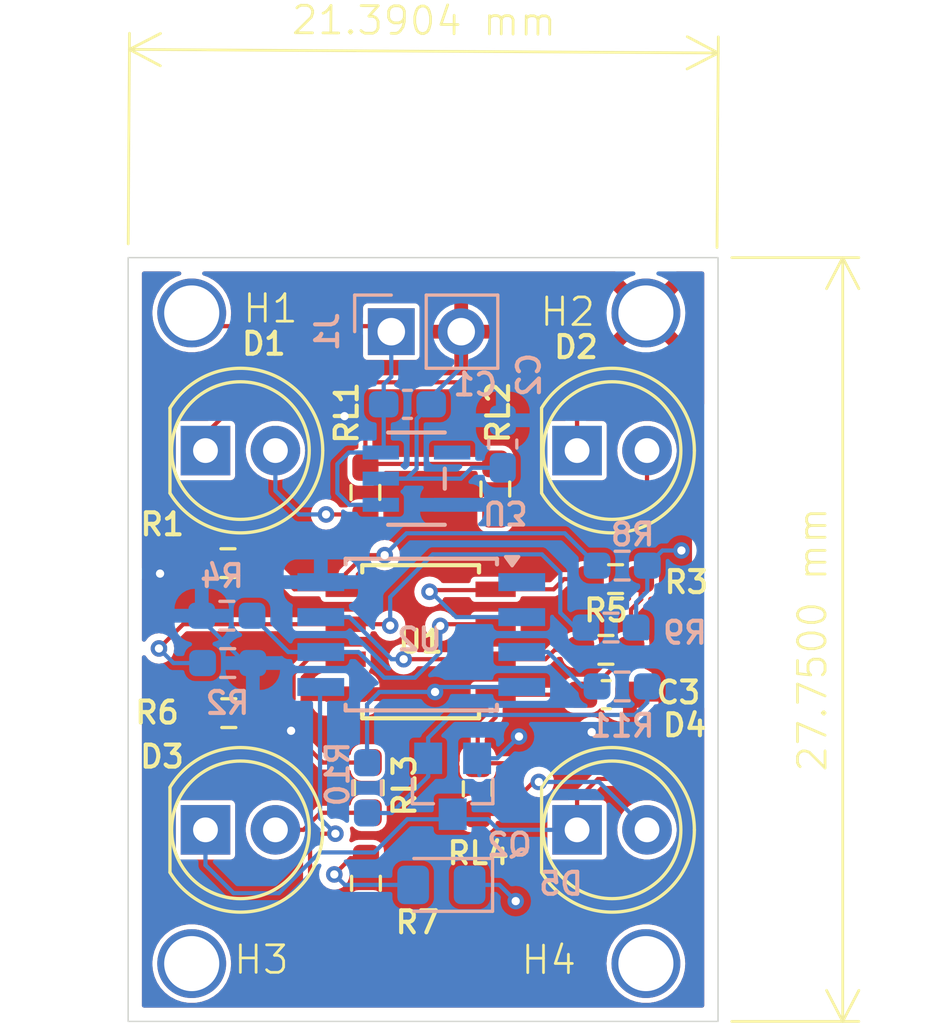
<source format=kicad_pcb>
(kicad_pcb (version 20240108) (generator "pcbnew") (generator_version "8.0")
  (layers (0 "F.Cu" signal) (31 "B.Cu" signal) (34 "B.Paste" user) (35 "F.Paste" user) (36 "B.SilkS" user "B.Silkscreen") (37 "F.SilkS" user "F.Silkscreen") (38 "B.Mask" user) (39 "F.Mask" user) (44 "Edge.Cuts" user))
  (net 0 "")
  (net 1 "GND")
  (net 2 "VDD_3.3V")
  (net 3 "Net-(D1-A)")
  (net 4 "Net-(D2-A)")
  (net 5 "Net-(D3-A)")
  (net 6 "Net-(D4-A)")
  (net 7 "VCC")
  (net 8 "Net-(D1-K)")
  (net 9 "Net-(U1-S0)")
  (net 10 "Net-(Q2-Pad1)")
  (net 11 "Net-(U1-S1)")
  (net 12 "COLOR_OUT")
  (net 13 "S2")
  (net 14 "LED_FLASH")
  (net 15 "S3")
  (net 16 "Net-(U1-OE)")
  (net 19 "Net-(D5-A)")
  (net 20 "LED_OUT")
  (footprint "MountingHole:MT_Hole" (layer "F.Cu") (at 135 93.64)
    (property "Reference" "H4" (at -3.53 -0.13 0) (layer "F.SilkS") (effects (font (thickness 0.1))))
    (property "Value" "MountingHole")
    (pad "1" thru_hole circle (at 0 0) (size 2.5 2.5) (drill 2) (layers "*.Cu" "*.Mask"))
  )
  (footprint "Capacitor_SMD:C_0603_1608Metric_Pad1.08x0.95mm_HandSolder" (layer "F.Cu") (at 133.5575 83.87 180)
    (property "Reference" "C3" (at -2.6225 0.08 180) (layer "F.SilkS") (effects (font (size 0.8 0.8))))
    (property "Value" "0.1uF")
    (fp_line (start -0.146267 0.51) (end 0.146267 0.51) (stroke (width 0.12)) (layer "F.SilkS"))
    (fp_line (start -0.146267 -0.51) (end 0.146267 -0.51) (stroke (width 0.12)) (layer "F.SilkS"))
    (pad "1" smd roundrect (at -0.8625 0 180) (size 1.075 0.95) (layers "F.Cu" "F.Paste" "F.Mask") (net 1 "GND"))
    (pad "2" smd roundrect (at 0.8625 0 180) (size 1.075 0.95) (layers "F.Cu" "F.Paste" "F.Mask") (net 2 "VDD_3.3V"))
  )
  (footprint "Resistor_SMD:R_0603_1608Metric_Pad0.98x0.95mm_HandSolder" (layer "F.Cu") (at 133.5475 82.24)
    (property "Reference" "R5" (at 0 -1.43 0) (layer "F.SilkS") (effects (font (size 0.8 0.8))))
    (property "Value" "R")
    (fp_line (start -0.254724 -0.5225) (end 0.254724 -0.5225) (stroke (width 0.12)) (layer "F.SilkS"))
    (fp_line (start -0.254724 0.5225) (end 0.254724 0.5225) (stroke (width 0.12)) (layer "F.SilkS"))
    (pad "1" smd roundrect (at -0.9125 0) (size 0.975 0.95) (layers "F.Cu" "F.Paste" "F.Mask") (net 12 "COLOR_OUT"))
    (pad "2" smd roundrect (at 0.9125 0) (size 0.975 0.95) (layers "F.Cu" "F.Paste" "F.Mask") (net 2 "VDD_3.3V"))
  )
  (footprint "Resistor_SMD:R_0603_1608Metric_Pad0.98x0.95mm_HandSolder" (layer "F.Cu") (at 119.8175 79.09)
    (property "Reference" "R1" (at -2.3875 -1.41 0) (layer "F.SilkS") (effects (font (size 0.8 0.8))))
    (property "Value" "R")
    (fp_line (start -0.254724 -0.5225) (end 0.254724 -0.5225) (stroke (width 0.12)) (layer "F.SilkS"))
    (fp_line (start -0.254724 0.5225) (end 0.254724 0.5225) (stroke (width 0.12)) (layer "F.SilkS"))
    (pad "1" smd roundrect (at -0.9125 0) (size 0.975 0.95) (layers "F.Cu" "F.Paste" "F.Mask") (net 2 "VDD_3.3V"))
    (pad "2" smd roundrect (at 0.9125 0) (size 0.975 0.95) (layers "F.Cu" "F.Paste" "F.Mask") (net 9 "Net-(U1-S0)"))
  )
  (footprint "TCS3200:SO_3200D-TR_AMS" (layer "F.Cu") (at 126.81585 81.945)
    (property "Reference" "U1" (at 0 0 0) (layer "F.SilkS") (effects (font (size 0.8 0.8))))
    (property "Value" "TCS3200D-TR")
    (fp_line (start -2.1209 -2.7813) (end -2.1209 -2.51714) (stroke (width 0.1524)) (layer "F.SilkS"))
    (fp_line (start -2.1209 2.51714) (end -2.1209 2.7813) (stroke (width 0.1524)) (layer "F.SilkS"))
    (fp_line (start -2.1209 2.7813) (end 2.1209 2.7813) (stroke (width 0.1524)) (layer "F.SilkS"))
    (fp_line (start 2.1209 -2.7813) (end -2.1209 -2.7813) (stroke (width 0.1524)) (layer "F.SilkS"))
    (fp_line (start 2.1209 -2.51714) (end 2.1209 -2.7813) (stroke (width 0.1524)) (layer "F.SilkS"))
    (fp_line (start 2.1209 2.7813) (end 2.1209 2.51714) (stroke (width 0.1524)) (layer "F.SilkS"))
    (pad "1" smd rect (at -2.72415 -1.905) (size 1.4605 0.5588) (layers "F.Cu" "F.Paste" "F.Mask") (net 9 "Net-(U1-S0)"))
    (pad "2" smd rect (at -2.72415 -0.635) (size 1.4605 0.5588) (layers "F.Cu" "F.Paste" "F.Mask") (net 11 "Net-(U1-S1)"))
    (pad "3" smd rect (at -2.72415 0.635) (size 1.4605 0.5588) (layers "F.Cu" "F.Paste" "F.Mask") (net 16 "Net-(U1-OE)"))
    (pad "4" smd rect (at -2.72415 1.905) (size 1.4605 0.5588) (layers "F.Cu" "F.Paste" "F.Mask") (net 1 "GND"))
    (pad "5" smd rect (at 2.72415 1.905) (size 1.4605 0.5588) (layers "F.Cu" "F.Paste" "F.Mask") (net 2 "VDD_3.3V"))
    (pad "6" smd rect (at 2.72415 0.635) (size 1.4605 0.5588) (layers "F.Cu" "F.Paste" "F.Mask") (net 12 "COLOR_OUT"))
    (pad "7" smd rect (at 2.72415 -0.635) (size 1.4605 0.5588) (layers "F.Cu" "F.Paste" "F.Mask") (net 13 "S2"))
    (pad "8" smd rect (at 2.72415 -1.905) (size 1.4605 0.5588) (layers "F.Cu" "F.Paste" "F.Mask") (net 15 "S3"))
  )
  (footprint "Resistor_SMD:R_0603_1608Metric_Pad0.98x0.95mm_HandSolder" (layer "F.Cu") (at 133.8975 79.67)
    (property "Reference" "R3" (at 2.5725 0.11 0) (layer "F.SilkS") (effects (font (size 0.8 0.8))))
    (property "Value" "R")
    (fp_line (start -0.254724 -0.5225) (end 0.254724 -0.5225) (stroke (width 0.12)) (layer "F.SilkS"))
    (fp_line (start -0.254724 0.5225) (end 0.254724 0.5225) (stroke (width 0.12)) (layer "F.SilkS"))
    (pad "1" smd roundrect (at -0.9125 0) (size 0.975 0.95) (layers "F.Cu" "F.Paste" "F.Mask") (net 15 "S3"))
    (pad "2" smd roundrect (at 0.9125 0) (size 0.975 0.95) (layers "F.Cu" "F.Paste" "F.Mask") (net 2 "VDD_3.3V"))
  )
  (footprint "Resistor_SMD:R_0603_1608Metric_Pad0.98x0.95mm_HandSolder" (layer "F.Cu") (at 129.53 76.3975 90)
    (property "Reference" "RL2" (at 2.7875 0.1 -90) (layer "F.SilkS") (effects (font (size 0.8 0.8))))
    (property "Value" "R")
    (fp_line (start -0.254724 -0.5225) (end 0.254724 -0.5225) (stroke (width 0.12)) (layer "F.SilkS"))
    (fp_line (start -0.254724 0.5225) (end 0.254724 0.5225) (stroke (width 0.12)) (layer "F.SilkS"))
    (pad "1" smd roundrect (at -0.9125 0 90) (size 0.975 0.95) (layers "F.Cu" "F.Paste" "F.Mask") (net 4 "Net-(D2-A)"))
    (pad "2" smd roundrect (at 0.9125 0 90) (size 0.975 0.95) (layers "F.Cu" "F.Paste" "F.Mask") (net 2 "VDD_3.3V"))
  )
  (footprint "Resistor_SMD:R_0603_1608Metric_Pad0.98x0.95mm_HandSolder" (layer "F.Cu") (at 124.81 76.5225 90)
    (property "Reference" "RL1" (at 2.8925 -0.68 -90) (layer "F.SilkS") (effects (font (size 0.8 0.8))))
    (property "Value" "R")
    (fp_line (start -0.254724 -0.5225) (end 0.254724 -0.5225) (stroke (width 0.12)) (layer "F.SilkS"))
    (fp_line (start -0.254724 0.5225) (end 0.254724 0.5225) (stroke (width 0.12)) (layer "F.SilkS"))
    (pad "1" smd roundrect (at -0.9125 0 90) (size 0.975 0.95) (layers "F.Cu" "F.Paste" "F.Mask") (net 3 "Net-(D1-A)"))
    (pad "2" smd roundrect (at 0.9125 0 90) (size 0.975 0.95) (layers "F.Cu" "F.Paste" "F.Mask") (net 2 "VDD_3.3V"))
  )
  (footprint "Resistor_SMD:R_0603_1608Metric_Pad0.98x0.95mm_HandSolder" (layer "F.Cu") (at 124.93 87.2475 90)
    (property "Reference" "RL3" (at 0.0775 1.3 90) (layer "F.SilkS") (effects (font (size 0.8 0.8))))
    (property "Value" "R")
    (fp_line (start -0.254724 -0.5225) (end 0.254724 -0.5225) (stroke (width 0.12)) (layer "F.SilkS"))
    (fp_line (start -0.254724 0.5225) (end 0.254724 0.5225) (stroke (width 0.12)) (layer "F.SilkS"))
    (pad "1" smd roundrect (at -0.9125 0 90) (size 0.975 0.95) (layers "F.Cu" "F.Paste" "F.Mask") (net 5 "Net-(D3-A)"))
    (pad "2" smd roundrect (at 0.9125 0 90) (size 0.975 0.95) (layers "F.Cu" "F.Paste" "F.Mask") (net 2 "VDD_3.3V"))
  )
  (footprint "LED_THT:LED_D5.0mm" (layer "F.Cu") (at 132.5 88.78)
    (property "Reference" "D4" (at 3.91 -3.8 0) (layer "F.SilkS") (effects (font (size 0.8 0.8))))
    (property "Value" "LED")
    (fp_line (start -1.29 -1.545) (end -1.29 1.545) (stroke (width 0.12)) (layer "F.SilkS"))
    (fp_arc (start -1.29 -1.54483) (mid 2.072002 -2.880433) (end 4.26 0.000462) (stroke (width 0.12)) (layer "F.SilkS"))
    (fp_arc (start 4.26 -0.000462) (mid 2.072002 2.880433) (end -1.29 1.54483) (stroke (width 0.12)) (layer "F.SilkS"))
    (fp_circle (center 1.27 0) (end 3.77 0) (stroke (width 0.12)) (fill none) (layer "F.SilkS"))
    (pad "1" thru_hole rect (at 0 0) (size 1.8 1.8) (drill 0.9) (layers "*.Cu" "*.Mask") (net 8 "Net-(D1-K)"))
    (pad "2" thru_hole circle (at 2.54 0) (size 1.8 1.8) (drill 0.9) (layers "*.Cu" "*.Mask") (net 6 "Net-(D4-A)"))
  )
  (footprint "Resistor_SMD:R_0603_1608Metric_Pad0.98x0.95mm_HandSolder" (layer "F.Cu") (at 119.8475 84.54 180)
    (property "Reference" "R6" (at 2.6075 0.02 180) (layer "F.SilkS") (effects (font (size 0.8 0.8))))
    (property "Value" "R")
    (fp_line (start -0.254724 0.5225) (end 0.254724 0.5225) (stroke (width 0.12)) (layer "F.SilkS"))
    (fp_line (start -0.254724 -0.5225) (end 0.254724 -0.5225) (stroke (width 0.12)) (layer "F.SilkS"))
    (pad "1" smd roundrect (at -0.9125 0 180) (size 0.975 0.95) (layers "F.Cu" "F.Paste" "F.Mask") (net 16 "Net-(U1-OE)"))
    (pad "2" smd roundrect (at 0.9125 0 180) (size 0.975 0.95) (layers "F.Cu" "F.Paste" "F.Mask") (net 1 "GND"))
  )
  (footprint "MountingHole:MT_Hole" (layer "F.Cu") (at 118.5 70)
    (property "Reference" "H1" (at 2.86 -0.16 0) (layer "F.SilkS") (effects (font (thickness 0.1))))
    (property "Value" "MountingHole_Pad")
    (pad "1" thru_hole circle (at 0 0) (size 2.5 2.5) (drill 2) (layers "*.Cu" "*.Mask") (net 7 "VCC"))
  )
  (footprint "LED_THT:LED_D5.0mm" (layer "F.Cu") (at 119 75)
    (property "Reference" "D1" (at 2.12 -3.88 0) (layer "F.SilkS") (effects (font (size 0.8 0.8))))
    (property "Value" "LED")
    (fp_line (start -1.29 -1.545) (end -1.29 1.545) (stroke (width 0.12)) (layer "F.SilkS"))
    (fp_arc (start -1.29 -1.54483) (mid 2.072002 -2.880433) (end 4.26 0.000462) (stroke (width 0.12)) (layer "F.SilkS"))
    (fp_arc (start 4.26 -0.000462) (mid 2.072002 2.880433) (end -1.29 1.54483) (stroke (width 0.12)) (layer "F.SilkS"))
    (fp_circle (center 1.27 0) (end 3.77 0) (stroke (width 0.12)) (fill none) (layer "F.SilkS"))
    (pad "1" thru_hole rect (at 0 0) (size 1.8 1.8) (drill 0.9) (layers "*.Cu" "*.Mask") (net 8 "Net-(D1-K)"))
    (pad "2" thru_hole circle (at 2.54 0) (size 1.8 1.8) (drill 0.9) (layers "*.Cu" "*.Mask") (net 3 "Net-(D1-A)"))
  )
  (footprint "LED_THT:LED_D5.0mm" (layer "F.Cu") (at 119 88.78)
    (property "Reference" "D3" (at -1.58 -2.66 0) (layer "F.SilkS") (effects (font (size 0.8 0.8))))
    (property "Value" "LED")
    (fp_line (start -1.29 -1.545) (end -1.29 1.545) (stroke (width 0.12)) (layer "F.SilkS"))
    (fp_arc (start -1.29 -1.54483) (mid 2.072002 -2.880433) (end 4.26 0.000462) (stroke (width 0.12)) (layer "F.SilkS"))
    (fp_arc (start 4.26 -0.000462) (mid 2.072002 2.880433) (end -1.29 1.54483) (stroke (width 0.12)) (layer "F.SilkS"))
    (fp_circle (center 1.27 0) (end 3.77 0) (stroke (width 0.12)) (fill none) (layer "F.SilkS"))
    (pad "1" thru_hole rect (at 0 0) (size 1.8 1.8) (drill 0.9) (layers "*.Cu" "*.Mask") (net 8 "Net-(D1-K)"))
    (pad "2" thru_hole circle (at 2.54 0) (size 1.8 1.8) (drill 0.9) (layers "*.Cu" "*.Mask") (net 5 "Net-(D3-A)"))
  )
  (footprint "Resistor_SMD:R_0603_1608Metric_Pad0.98x0.95mm_HandSolder" (layer "F.Cu") (at 124.83 90.7225 90)
    (property "Reference" "R7" (at -1.4175 1.87 0) (layer "F.SilkS") (effects (font (size 0.8 0.8))))
    (property "Value" "R")
    (fp_line (start -0.254724 -0.5225) (end 0.254724 -0.5225) (stroke (width 0.12)) (layer "F.SilkS"))
    (fp_line (start -0.254724 0.5225) (end 0.254724 0.5225) (stroke (width 0.12)) (layer "F.SilkS"))
    (pad "1" smd roundrect (at -0.9125 0 90) (size 0.975 0.95) (layers "F.Cu" "F.Paste" "F.Mask") (net 20 "LED_OUT"))
    (pad "2" smd roundrect (at 0.9125 0 90) (size 0.975 0.95) (layers "F.Cu" "F.Paste" "F.Mask") (net 19 "Net-(D5-A)"))
  )
  (footprint "MountingHole:MT_Hole" (layer "F.Cu") (at 118.5 93.64)
    (property "Reference" "H3" (at 2.53 -0.14 0) (layer "F.SilkS") (effects (font (thickness 0.1))))
    (property "Value" "MountingHole")
    (pad "1" thru_hole circle (at 0 0) (size 2.5 2.5) (drill 2) (layers "*.Cu" "*.Mask"))
  )
  (footprint "Resistor_SMD:R_0603_1608Metric_Pad0.98x0.95mm_HandSolder" (layer "F.Cu") (at 128.89 87.2875 90)
    (property "Reference" "RL4" (at -2.3425 0.02 0) (layer "F.SilkS") (effects (font (size 0.8 0.8))))
    (property "Value" "R")
    (fp_line (start -0.254724 -0.5225) (end 0.254724 -0.5225) (stroke (width 0.12)) (layer "F.SilkS"))
    (fp_line (start -0.254724 0.5225) (end 0.254724 0.5225) (stroke (width 0.12)) (layer "F.SilkS"))
    (pad "1" smd roundrect (at -0.9125 0 90) (size 0.975 0.95) (layers "F.Cu" "F.Paste" "F.Mask") (net 6 "Net-(D4-A)"))
    (pad "2" smd roundrect (at 0.9125 0 90) (size 0.975 0.95) (layers "F.Cu" "F.Paste" "F.Mask") (net 2 "VDD_3.3V"))
  )
  (footprint "MountingHole:MT_Hole" (layer "F.Cu") (at 135 70)
    (property "Reference" "H2" (at -2.84 -0.04 0) (layer "F.SilkS") (effects (font (thickness 0.1))))
    (property "Value" "MountingHole_Pad")
    (pad "1" thru_hole circle (at 0 0) (size 2.5 2.5) (drill 2) (layers "*.Cu" "*.Mask") (net 1 "GND"))
  )
  (footprint "LED_THT:LED_D5.0mm" (layer "F.Cu") (at 132.5 75)
    (property "Reference" "D2" (at -0.04 -3.76 0) (layer "F.SilkS") (effects (font (size 0.8 0.8))))
    (property "Value" "LED")
    (fp_line (start -1.29 -1.545) (end -1.29 1.545) (stroke (width 0.12)) (layer "F.SilkS"))
    (fp_arc (start -1.29 -1.54483) (mid 2.072002 -2.880433) (end 4.26 0.000462) (stroke (width 0.12)) (layer "F.SilkS"))
    (fp_arc (start 4.26 -0.000462) (mid 2.072002 2.880433) (end -1.29 1.54483) (stroke (width 0.12)) (layer "F.SilkS"))
    (fp_circle (center 1.27 0) (end 3.77 0) (stroke (width 0.12)) (fill none) (layer "F.SilkS"))
    (pad "1" thru_hole rect (at 0 0) (size 1.8 1.8) (drill 0.9) (layers "*.Cu" "*.Mask") (net 8 "Net-(D1-K)"))
    (pad "2" thru_hole circle (at 2.54 0) (size 1.8 1.8) (drill 0.9) (layers "*.Cu" "*.Mask") (net 4 "Net-(D2-A)"))
  )
  (footprint "Resistor_SMD:R_0603_1608Metric_Pad0.98x0.95mm_HandSolder" (layer "B.Cu") (at 119.8075 82.72 180)
    (property "Reference" "R2" (at 0.0075 -1.45 180) (layer "B.SilkS") (effects (font (size 0.8 0.8)) (justify mirror)))
    (property "Value" "R")
    (fp_line (start 0.254724 0.5225) (end -0.254724 0.5225) (stroke (width 0.12)) (layer "B.SilkS"))
    (fp_line (start 0.254724 -0.5225) (end -0.254724 -0.5225) (stroke (width 0.12)) (layer "B.SilkS"))
    (pad "1" smd roundrect (at -0.9125 0 180) (size 0.975 0.95) (layers "B.Cu" "B.Paste" "B.Mask") (net 2 "VDD_3.3V"))
    (pad "2" smd roundrect (at 0.9125 0 180) (size 0.975 0.95) (layers "B.Cu" "B.Paste" "B.Mask") (net 11 "Net-(U1-S1)"))
  )
  (footprint "Resistor_SMD:R_0603_1608Metric_Pad0.98x0.95mm_HandSolder" (layer "B.Cu") (at 124.87 87.2575 90)
    (property "Reference" "R10" (at 0.5075 -1.07 -90) (layer "B.SilkS") (effects (font (size 0.8 0.8)) (justify mirror)))
    (property "Value" "R")
    (fp_line (start 0.254724 -0.5225) (end -0.254724 -0.5225) (stroke (width 0.12)) (layer "B.SilkS"))
    (fp_line (start 0.254724 0.5225) (end -0.254724 0.5225) (stroke (width 0.12)) (layer "B.SilkS"))
    (pad "1" smd roundrect (at -0.9125 0 90) (size 0.975 0.95) (layers "B.Cu" "B.Paste" "B.Mask") (net 10 "Net-(Q2-Pad1)"))
    (pad "2" smd roundrect (at 0.9125 0 90) (size 0.975 0.95) (layers "B.Cu" "B.Paste" "B.Mask") (net 1 "GND"))
  )
  (footprint "MIC5504:SOT-23-5_MC_MCH" (layer "B.Cu") (at 126.6646 76.019999)
    (property "Reference" "U3" (at 3.2254 1.230001 180) (layer "B.SilkS") (effects (font (size 0.8 0.8)) (justify mirror)))
    (property "Value" "MIC5504-3.3YM5-TR")
    (fp_line (start -1.0287 1.6764) (end 1.0287 1.6764) (stroke (width 0.1524)) (layer "B.SilkS"))
    (fp_line (start 1.0287 -1.6764) (end -1.0287 -1.6764) (stroke (width 0.1524)) (layer "B.SilkS"))
    (fp_line (start 1.0287 0.363261) (end 1.0287 -0.363261) (stroke (width 0.1524)) (layer "B.SilkS"))
    (pad "1" smd rect (at -1.2954 0.950001) (size 1.3208 0.508) (layers "B.Cu" "B.Paste" "B.Mask") (net 7 "VCC"))
    (pad "2" smd rect (at -1.2954 0) (size 1.3208 0.508) (layers "B.Cu" "B.Paste" "B.Mask") (net 1 "GND"))
    (pad "3" smd rect (at -1.2954 -0.950001) (size 1.3208 0.508) (layers "B.Cu" "B.Paste" "B.Mask") (net 7 "VCC"))
    (pad "4" smd rect (at 1.2954 -0.950001) (size 1.3208 0.508) (layers "B.Cu" "B.Paste" "B.Mask"))
    (pad "5" smd rect (at 1.2954 0.950001) (size 1.3208 0.508) (layers "B.Cu" "B.Paste" "B.Mask") (net 2 "VDD_3.3V"))
  )
  (footprint "Capacitor_SMD:C_0603_1608Metric_Pad1.08x0.95mm_HandSolder" (layer "B.Cu") (at 126.3375 73.32 180)
    (property "Reference" "C1" (at -2.4625 0.72 180) (layer "B.SilkS") (effects (font (size 0.8 0.8)) (justify mirror)))
    (property "Value" "C")
    (fp_line (start 0.146267 0.51) (end -0.146267 0.51) (stroke (width 0.12)) (layer "B.SilkS"))
    (fp_line (start 0.146267 -0.51) (end -0.146267 -0.51) (stroke (width 0.12)) (layer "B.SilkS"))
    (pad "1" smd roundrect (at -0.8625 0 180) (size 1.075 0.95) (layers "B.Cu" "B.Paste" "B.Mask") (net 1 "GND"))
    (pad "2" smd roundrect (at 0.8625 0 180) (size 1.075 0.95) (layers "B.Cu" "B.Paste" "B.Mask") (net 7 "VCC"))
  )
  (footprint "Capacitor_SMD:C_0603_1608Metric_Pad1.08x0.95mm_HandSolder" (layer "B.Cu") (at 129.8 74.7625 -90)
    (property "Reference" "C2" (at -2.5125 -0.95 90) (layer "B.SilkS") (effects (font (size 0.8 0.8)) (justify mirror)))
    (property "Value" "C")
    (fp_line (start 0.146267 0.51) (end -0.146267 0.51) (stroke (width 0.12)) (layer "B.SilkS"))
    (fp_line (start 0.146267 -0.51) (end -0.146267 -0.51) (stroke (width 0.12)) (layer "B.SilkS"))
    (pad "1" smd roundrect (at -0.8625 0 270) (size 1.075 0.95) (layers "B.Cu" "B.Paste" "B.Mask") (net 2 "VDD_3.3V"))
    (pad "2" smd roundrect (at 0.8625 0 270) (size 1.075 0.95) (layers "B.Cu" "B.Paste" "B.Mask") (net 1 "GND"))
  )
  (footprint "Resistor_SMD:R_0603_1608Metric_Pad0.98x0.95mm_HandSolder" (layer "B.Cu") (at 133.7325 81.43 180)
    (property "Reference" "R9" (at -2.6875 -0.19 180) (layer "B.SilkS") (effects (font (size 0.8 0.8)) (justify mirror)))
    (property "Value" "R")
    (fp_line (start 0.254724 0.5225) (end -0.254724 0.5225) (stroke (width 0.12)) (layer "B.SilkS"))
    (fp_line (start 0.254724 -0.5225) (end -0.254724 -0.5225) (stroke (width 0.12)) (layer "B.SilkS"))
    (pad "1" smd roundrect (at -0.9125 0 180) (size 0.975 0.95) (layers "B.Cu" "B.Paste" "B.Mask") (net 1 "GND"))
    (pad "2" smd roundrect (at 0.9125 0 180) (size 0.975 0.95) (layers "B.Cu" "B.Paste" "B.Mask") (net 11 "Net-(U1-S1)"))
  )
  (footprint "LED_SMD:LED_0805_2012Metric_Pad1.15x1.40mm_HandSolder" (layer "B.Cu") (at 127.57 90.78 180)
    (property "Reference" "D5" (at -4.345 0.04 180) (layer "B.SilkS") (effects (font (size 0.8 0.8)) (justify mirror)))
    (property "Value" "LED")
    (fp_line (start 1 -0.96) (end -1.86 -0.96) (stroke (width 0.12)) (layer "B.SilkS"))
    (fp_line (start -1.86 0.96) (end 1 0.96) (stroke (width 0.12)) (layer "B.SilkS"))
    (fp_line (start -1.86 -0.96) (end -1.86 0.96) (stroke (width 0.12)) (layer "B.SilkS"))
    (pad "1" smd roundrect (at -1.025 0 180) (size 1.15 1.4) (layers "B.Cu" "B.Paste" "B.Mask") (roundrect_rratio 0.217391) (net 1 "GND"))
    (pad "2" smd roundrect (at 1.025 0 180) (size 1.15 1.4) (layers "B.Cu" "B.Paste" "B.Mask") (roundrect_rratio 0.217391) (net 19 "Net-(D5-A)"))
  )
  (footprint "Resistor_SMD:R_0603_1608Metric_Pad0.98x0.95mm_HandSolder" (layer "B.Cu") (at 119.7775 81 180)
    (property "Reference" "R4" (at 0.1775 1.44 180) (layer "B.SilkS") (effects (font (size 0.8 0.8)) (justify mirror)))
    (property "Value" "R")
    (fp_line (start 0.254724 0.5225) (end -0.254724 0.5225) (stroke (width 0.12)) (layer "B.SilkS"))
    (fp_line (start 0.254724 -0.5225) (end -0.254724 -0.5225) (stroke (width 0.12)) (layer "B.SilkS"))
    (pad "1" smd roundrect (at -0.9125 0 180) (size 0.975 0.95) (layers "B.Cu" "B.Paste" "B.Mask") (net 13 "S2"))
    (pad "2" smd roundrect (at 0.9125 0 180) (size 0.975 0.95) (layers "B.Cu" "B.Paste" "B.Mask") (net 2 "VDD_3.3V"))
  )
  (footprint "Resistor_SMD:R_0603_1608Metric_Pad0.98x0.95mm_HandSolder" (layer "B.Cu") (at 134.1375 83.57)
    (property "Reference" "R11" (at 0 1.43 0) (layer "B.SilkS") (effects (font (size 0.8 0.8)) (justify mirror)))
    (property "Value" "R")
    (fp_line (start 0.254724 -0.5225) (end -0.254724 -0.5225) (stroke (width 0.12)) (layer "B.SilkS"))
    (fp_line (start 0.254724 0.5225) (end -0.254724 0.5225) (stroke (width 0.12)) (layer "B.SilkS"))
    (pad "1" smd roundrect (at -0.9125 0) (size 0.975 0.95) (layers "B.Cu" "B.Paste" "B.Mask") (net 14 "LED_FLASH"))
    (pad "2" smd roundrect (at 0.9125 0) (size 0.975 0.95) (layers "B.Cu" "B.Paste" "B.Mask") (net 10 "Net-(Q2-Pad1)"))
  )
  (footprint "S8050:SOT-23" (layer "B.Cu") (at 127.979 87.196)
    (property "Reference" "Q2" (at 2.061 2.124 0) (layer "B.SilkS") (effects (font (size 0.8 0.8)) (justify mirror)))
    (property "Value" "SMD-TRANSISTORS-NPN-25V-500MW_SOT-23_")
    (fp_line (start -1.4605 -0.254) (end -1.4605 0.635) (stroke (width 0.127)) (layer "B.SilkS"))
    (fp_line (start -1.4605 0.635) (end -0.6985 0.635) (stroke (width 0.127)) (layer "B.SilkS"))
    (fp_line (start 0.6985 0.635) (end 1.4605 0.635) (stroke (width 0.127)) (layer "B.SilkS"))
    (fp_line (start 1.4605 0.635) (end 1.4605 -0.254) (stroke (width 0.127)) (layer "B.SilkS"))
    (pad "1" smd rect (at -0.889 -1.016) (size 1.016 1.143) (layers "B.Cu" "B.Paste" "B.Mask") (net 10 "Net-(Q2-Pad1)"))
    (pad "2" smd rect (at 0.889 -1.016) (size 1.016 1.143) (layers "B.Cu" "B.Paste" "B.Mask") (net 1 "GND"))
    (pad "3" smd rect (at 0 1.016) (size 1.016 1.143) (layers "B.Cu" "B.Paste" "B.Mask") (net 8 "Net-(D1-K)"))
  )
  (footprint "Resistor_SMD:R_0603_1608Metric_Pad0.98x0.95mm_HandSolder" (layer "B.Cu") (at 134.1375 79.18)
    (property "Reference" "R8" (at 0.3825 -1.13 0) (layer "B.SilkS") (effects (font (size 0.8 0.8)) (justify mirror)))
    (property "Value" "R")
    (fp_line (start 0.254724 -0.5225) (end -0.254724 -0.5225) (stroke (width 0.12)) (layer "B.SilkS"))
    (fp_line (start 0.254724 0.5225) (end -0.254724 0.5225) (stroke (width 0.12)) (layer "B.SilkS"))
    (pad "1" smd roundrect (at -0.9125 0) (size 0.975 0.95) (layers "B.Cu" "B.Paste" "B.Mask") (net 9 "Net-(U1-S0)"))
    (pad "2" smd roundrect (at 0.9125 0) (size 0.975 0.95) (layers "B.Cu" "B.Paste" "B.Mask") (net 1 "GND"))
  )
  (footprint "Package_SO:SOIC-8W_5.3x5.3mm_P1.27mm" (layer "B.Cu") (at 126.84 81.685 180)
    (property "Reference" "U2" (at 0.06 -0.175 180) (layer "B.SilkS") (effects (font (size 0.8 0.8)) (justify mirror)))
    (property "Value" "ATtiny85-20S")
    (fp_line (start 2.75 2.755) (end -2.75 2.755) (stroke (width 0.15)) (layer "B.SilkS"))
    (fp_line (start 2.75 2.55) (end 2.75 2.755) (stroke (width 0.15)) (layer "B.SilkS"))
    (fp_line (start 2.75 -2.55) (end 2.75 -2.755) (stroke (width 0.15)) (layer "B.SilkS"))
    (fp_line (start 2.75 -2.755) (end -2.75 -2.755) (stroke (width 0.15)) (layer "B.SilkS"))
    (fp_line (start -2.75 2.55) (end -2.75 2.755) (stroke (width 0.15)) (layer "B.SilkS"))
    (fp_line (start -2.75 -2.55) (end -2.75 -2.755) (stroke (width 0.15)) (layer "B.SilkS"))
    (fp_poly (pts (xy -3.3 2.5) (xy -3.54 2.83) (xy -3.06 2.83) (xy -3.3 2.5)) (stroke (width 0.12)) (fill solid) (layer "B.SilkS"))
    (pad "1" smd rect (at -3.65 1.905 180) (size 1.7 0.65) (layers "B.Cu" "B.Paste" "B.Mask"))
    (pad "2" smd rect (at -3.65 0.635 180) (size 1.7 0.65) (layers "B.Cu" "B.Paste" "B.Mask") (net 15 "S3"))
    (pad "3" smd rect (at -3.65 -0.635 180) (size 1.7 0.65) (layers "B.Cu" "B.Paste" "B.Mask") (net 14 "LED_FLASH"))
    (pad "4" smd rect (at -3.65 -1.905 180) (size 1.7 0.65) (layers "B.Cu" "B.Paste" "B.Mask") (net 1 "GND"))
    (pad "5" smd rect (at 3.65 -1.905 180) (size 1.7 0.65) (layers "B.Cu" "B.Paste" "B.Mask") (net 20 "LED_OUT"))
    (pad "6" smd rect (at 3.65 -0.635 180) (size 1.7 0.65) (layers "B.Cu" "B.Paste" "B.Mask") (net 13 "S2"))
    (pad "7" smd rect (at 3.65 0.635 180) (size 1.7 0.65) (layers "B.Cu" "B.Paste" "B.Mask") (net 12 "COLOR_OUT"))
    (pad "8" smd rect (at 3.65 1.905 180) (size 1.7 0.65) (layers "B.Cu" "B.Paste" "B.Mask") (net 2 "VDD_3.3V"))
  )
  (footprint "Connector_PinHeader_2.54mm:PinHeader_1x02_P2.54mm_Vertical" (layer "B.Cu") (at 125.75 70.68 -90)
    (property "Reference" "J1" (at 0 2.33 90) (layer "B.SilkS") (effects (font (size 0.8 0.8)) (justify mirror)))
    (property "Value" "Conn_01x02_Pin")
    (fp_line (start -1.33 1.33) (end -1.33 0) (stroke (width 0.12)) (layer "B.SilkS"))
    (fp_line (start 0 1.33) (end -1.33 1.33) (stroke (width 0.12)) (layer "B.SilkS"))
    (fp_line (start 1.33 -1.27) (end -1.33 -1.27) (stroke (width 0.12)) (layer "B.SilkS"))
    (fp_line (start -1.33 -3.87) (end -1.33 -1.27) (stroke (width 0.12)) (layer "B.SilkS"))
    (fp_line (start 1.33 -3.87) (end 1.33 -1.27) (stroke (width 0.12)) (layer "B.SilkS"))
    (fp_line (start 1.33 -3.87) (end -1.33 -3.87) (stroke (width 0.12)) (layer "B.SilkS"))
    (pad "1" thru_hole rect (at 0 0 270) (size 1.7 1.7) (drill 1) (layers "*.Cu" "*.Mask") (net 7 "VCC"))
    (pad "2" thru_hole oval (at 0 -2.54 270) (size 1.7 1.7) (drill 1) (layers "*.Cu" "*.Mask") (net 1 "GND"))
  )
  (gr_rect (start 116.19 67.99) (end 137.62 95.74) (stroke (width 0.05)) (fill none) (layer "Edge.Cuts"))
  (dimension (type aligned) (layer "F.SilkS") (pts (xy 116.19 67.99) (xy 137.58 68.12)) (height -7.565366) (gr_text "21.3904 mm" (at 126.937663 59.389794 359.6517831) (layer "F.SilkS") (effects (font (size 1 1) (thickness 0.1)))) (format (prefix "") (suffix "") (units 3) (units_format 1) (precision 4)) (style (thickness 0.1) (arrow_length 1.27) (text_position_mode 0) (extension_height 0.58642) (extension_offset 0.5) keep_text_aligned))
  (dimension (type aligned) (layer "F.SilkS") (pts (xy 137.62 67.99) (xy 137.62 95.74)) (height -4.53) (gr_text "27.7500 mm" (at 141.05 81.865 90) (layer "F.SilkS") (effects (font (size 1 1) (thickness 0.1)))) (format (prefix "") (suffix "") (units 3) (units_format 1) (precision 4)) (style (thickness 0.1) (arrow_length 1.27) (text_position_mode 0) (extension_height 0.58642) (extension_offset 0.5) keep_text_aligned))
  (via (at 136.29 78.63) (size 0.6) (drill 0.3) (layers "F.Cu" "B.Cu") (net 1))
  (via (at 127.34 83.77) (size 0.6) (drill 0.3) (layers "F.Cu" "B.Cu") (net 1))
  (via (at 130.39 85.39) (size 0.6) (drill 0.3) (layers "F.Cu" "B.Cu") (net 1))
  (via (at 130.27 91.37) (size 0.6) (drill 0.3) (layers "F.Cu" "B.Cu") (net 1))
  (segment (start 127.34 83.77) (end 127.52 83.59) (width 0.1524) (layer "B.Cu") (net 1))
  (segment (start 124.925 86.29) (end 124.87 86.345) (width 0.1524) (layer "B.Cu") (net 1))
  (segment (start 129.68 90.78) (end 130.27 91.37) (width 0.1524) (layer "B.Cu") (net 1))
  (segment (start 125.31 83.78) (end 124.87 84.22) (width 0.1524) (layer "B.Cu") (net 1))
  (segment (start 129.6 86.18) (end 130.39 85.39) (width 0.1524) (layer "B.Cu") (net 1))
  (segment (start 128.95 86.79) (end 128.95 86.12) (width 0.1524) (layer "B.Cu") (net 1))
  (segment (start 136.29 78.63) (end 135.6 78.63) (width 0.1524) (layer "B.Cu") (net 1))
  (segment (start 135.6 78.63) (end 135.05 79.18) (width 0.1524) (layer "B.Cu") (net 1))
  (segment (start 126.67 75.66) (end 126.67 73.85) (width 0.1524) (layer "B.Cu") (net 1))
  (segment (start 128.29 71.97) (end 128.29 70.68) (width 0.1524) (layer "B.Cu") (net 1))
  (segment (start 125.31 83.77) (end 125.31 83.78) (width 0.1524) (layer "B.Cu") (net 1))
  (segment (start 135.05 81.8) (end 135.03 81.82) (width 0.1524) (layer "B.Cu") (net 1))
  (segment (start 127.2 73.32) (end 127.2 73.06) (width 0.1524) (layer "B.Cu") (net 1))
  (segment (start 126.310001 76.019999) (end 126.67 75.66) (width 0.1524) (layer "B.Cu") (net 1))
  (segment (start 129.8 75.625) (end 128.675 75.625) (width 0.1524) (layer "B.Cu") (net 1))
  (segment (start 124.87 84.22) (end 124.87 86.345) (width 0.1524) (layer "B.Cu") (net 1))
  (segment (start 135.05 80.11) (end 135.05 79.18) (width 0.1524) (layer "B.Cu") (net 1))
  (segment (start 127.52 83.59) (end 130.49 83.59) (width 0.1524) (layer "B.Cu") (net 1))
  (segment (start 128.868 86.18) (end 129.6 86.18) (width 0.1524) (layer "B.Cu") (net 1))
  (segment (start 127.34 83.77) (end 125.31 83.77) (width 0.1524) (layer "B.Cu") (net 1))
  (segment (start 125.3692 76.019999) (end 126.310001 76.019999) (width 0.1524) (layer "B.Cu") (net 1))
  (segment (start 128.595 90.78) (end 129.68 90.78) (width 0.1524) (layer "B.Cu") (net 1))
  (segment (start 128.675 75.625) (end 128.28 76.02) (width 0.1524) (layer "B.Cu") (net 1))
  (segment (start 127.2 73.06) (end 128.29 71.97) (width 0.1524) (layer "B.Cu") (net 1))
  (segment (start 134.645 81.43) (end 134.645 80.515) (width 0.1524) (layer "B.Cu") (net 1))
  (segment (start 134.645 80.515) (end 135.05 80.11) (width 0.1524) (layer "B.Cu") (net 1))
  (segment (start 126.67 73.85) (end 127.2 73.32) (width 0.1524) (layer "B.Cu") (net 1))
  (segment (start 128.28 76.02) (end 125.3692 76.019999) (width 0.1524) (layer "B.Cu") (net 1))
  (segment (start 134.46 80.77) (end 134.83 80.4) (width 0.1524) (layer "F.Cu") (net 2))
  (segment (start 123.265 86.335) (end 122.11 85.18) (width 0.1524) (layer "F.Cu") (net 2))
  (segment (start 124.93 86.335) (end 123.265 86.335) (width 0.1524) (layer "F.Cu") (net 2))
  (segment (start 132.83 83.87) (end 134.46 82.24) (width 0.1524) (layer "F.Cu") (net 2))
  (segment (start 124.935 75.485) (end 124.81 75.61) (width 0.1524) (layer "F.Cu") (net 2))
  (segment (start 129.54 84.69) (end 129.54 83.85) (width 0.1524) (layer "F.Cu") (net 2))
  (segment (start 118.905 79.09) (end 117.73 79.09) (width 0.1524) (layer "F.Cu") (net 2))
  (segment (start 132.54 85.23) (end 131.41 86.36) (width 0.1524) (layer "F.Cu") (net 2))
  (segment (start 134.81 80.38) (end 134.81 79.67) (width 0.1524) (layer "F.Cu") (net 2))
  (segment (start 128.89 86.375) (end 128.89 85.34) (width 0.1524) (layer "F.Cu") (net 2))
  (segment (start 128.89 85.34) (end 129.54 84.69) (width 0.1524) (layer "F.Cu") (net 2))
  (segment (start 132.695 83.87) (end 129.56 83.87) (width 0.1524) (layer "F.Cu") (net 2))
  (segment (start 128.89 86.375) (end 128.475 86.375) (width 0.1524) (layer "F.Cu") (net 2))
  (segment (start 128.905 86.36) (end 128.89 86.375) (width 0.1524) (layer "F.Cu") (net 2))
  (segment (start 124.81 75.61) (end 124.81 74.51) (width 0.1524) (layer "F.Cu") (net 2))
  (segment (start 133.03 85.23) (end 132.54 85.23) (width 0.1524) (layer "F.Cu") (net 2))
  (segment (start 124.81 74.51) (end 124.05 73.75) (width 0.1524) (layer "F.Cu") (net 2))
  (segment (start 129.53 75.485) (end 124.935 75.485) (width 0.1524) (layer "F.Cu") (net 2))
  (segment (start 129.56 83.87) (end 129.54 83.85) (width 0.1524) (layer "F.Cu") (net 2))
  (segment (start 134.46 82.24) (end 134.46 80.77) (width 0.1524) (layer "F.Cu") (net 2))
  (segment (start 132.695 83.87) (end 132.83 83.87) (width 0.1524) (layer "F.Cu") (net 2))
  (segment (start 117.73 79.09) (end 117.35 79.47) (width 0.1524) (layer "F.Cu") (net 2))
  (segment (start 134.83 80.4) (end 134.81 80.38) (width 0.1524) (layer "F.Cu") (net 2))
  (segment (start 131.41 86.36) (end 128.905 86.36) (width 0.1524) (layer "F.Cu") (net 2))
  (via (at 133.03 85.23) (size 0.6) (drill 0.3) (layers "F.Cu" "B.Cu") (net 2))
  (via (at 122.11 85.18) (size 0.6) (drill 0.3) (layers "F.Cu" "B.Cu") (net 2))
  (via (at 117.35 79.47) (size 0.6) (drill 0.3) (layers "F.Cu" "B.Cu") (net 2))
  (via (at 124.05 73.75) (size 0.6) (drill 0.3) (layers "F.Cu" "B.Cu") (net 2))
  (segment (start 118.865 81) (end 118.865 80.985) (width 0.1524) (layer "B.Cu") (net 2))
  (segment (start 120.44 82.72) (end 118.865 81.145) (width 0.1524) (layer "B.Cu") (net 2))
  (segment (start 118.865 81.145) (end 118.865 81) (width 0.1524) (layer "B.Cu") (net 2))
  (segment (start 120.72 82.72) (end 120.44 82.72) (width 0.1524) (layer "B.Cu") (net 2))
  (segment (start 118.865 81) (end 118.2 81) (width 0.1524) (layer "B.Cu") (net 2))
  (segment (start 124.695 77.32) (end 124.81 77.435) (width 0.1524) (layer "F.Cu") (net 3))
  (segment (start 123.38 77.32) (end 124.695 77.32) (width 0.1524) (layer "F.Cu") (net 3))
  (via (at 123.38 77.32) (size 0.6) (drill 0.3) (layers "F.Cu" "B.Cu") (net 3))
  (segment (start 122.4 77.32) (end 123.38 77.32) (width 0.1524) (layer "B.Cu") (net 3))
  (segment (start 121.54 75) (end 121.54 76.46) (width 0.1524) (layer "B.Cu") (net 3))
  (segment (start 121.54 76.46) (end 122.4 77.32) (width 0.1524) (layer "B.Cu") (net 3))
  (segment (start 135.04 76.32) (end 135.04 75) (width 0.1524) (layer "F.Cu") (net 4))
  (segment (start 134.05 77.31) (end 135.04 76.32) (width 0.1524) (layer "F.Cu") (net 4))
  (segment (start 129.53 77.31) (end 134.05 77.31) (width 0.1524) (layer "F.Cu") (net 4))
  (segment (start 123.18 88.16) (end 122.56 88.78) (width 0.1524) (layer "F.Cu") (net 5))
  (segment (start 122.56 88.78) (end 121.54 88.78) (width 0.1524) (layer "F.Cu") (net 5))
  (segment (start 124.93 88.16) (end 123.18 88.16) (width 0.1524) (layer "F.Cu") (net 5))
  (segment (start 129.76 88.2) (end 128.89 88.2) (width 0.1524) (layer "F.Cu") (net 6))
  (segment (start 130.92 87.04) (end 129.76 88.2) (width 0.1524) (layer "F.Cu") (net 6))
  (segment (start 131.11 87.04) (end 130.92 87.04) (width 0.1524) (layer "F.Cu") (net 6))
  (via (at 131.11 87.04) (size 0.6) (drill 0.3) (layers "F.Cu" "B.Cu") (net 6))
  (segment (start 133.3 87.04) (end 135.04 88.78) (width 0.1524) (layer "B.Cu") (net 6))
  (segment (start 131.11 87.04) (end 133.3 87.04) (width 0.1524) (layer "B.Cu") (net 6))
  (segment (start 125.55 70.48) (end 118.98 70.48) (width 0.1524) (layer "F.Cu") (net 7))
  (segment (start 118.98 70.48) (end 118.5 70) (width 0.1524) (layer "F.Cu") (net 7))
  (segment (start 125.75 70.68) (end 125.55 70.48) (width 0.1524) (layer "F.Cu") (net 7))
  (segment (start 125.475 73.32) (end 125.475 72.595) (width 0.1524) (layer "B.Cu") (net 7))
  (segment (start 125.475 74.964198) (end 125.3692 75.069998) (width 0.1524) (layer "B.Cu") (net 7))
  (segment (start 123.79 76.54) (end 123.79 75.49) (width 0.1524) (layer "B.Cu") (net 7))
  (segment (start 124.22 76.97) (end 123.79 76.54) (width 0.1524) (layer "B.Cu") (net 7))
  (segment (start 125.475 72.595) (end 125.75 72.32) (width 0.1524) (layer "B.Cu") (net 7))
  (segment (start 123.79 75.49) (end 124.210002 75.069998) (width 0.1524) (layer "B.Cu") (net 7))
  (segment (start 124.210002 75.069998) (end 125.3692 75.069998) (width 0.1524) (layer "B.Cu") (net 7))
  (segment (start 125.475 73.32) (end 125.475 74.964198) (width 0.1524) (layer "B.Cu") (net 7))
  (segment (start 125.75 72.32) (end 125.75 70.68) (width 0.1524) (layer "B.Cu") (net 7))
  (segment (start 125.3692 76.97) (end 124.22 76.97) (width 0.1524) (layer "B.Cu") (net 7))
  (segment (start 133.15 72.82) (end 136.1 72.82) (width 0.1524) (layer "F.Cu") (net 8))
  (segment (start 132.5 73.82) (end 132.5 75) (width 0.1524) (layer "F.Cu") (net 8))
  (segment (start 132.5 75) (end 132.5 73.47) (width 0.1524) (layer "F.Cu") (net 8))
  (segment (start 119 75) (end 119 74.4) (width 0.1524) (layer "F.Cu") (net 8))
  (segment (start 132.5 87.69) (end 132.5 88.78) (width 0.1524) (layer "F.Cu") (net 8))
  (segment (start 136.93 73.65) (end 136.93 84.02) (width 0.1524) (layer "F.Cu") (net 8))
  (segment (start 132.5 73.47) (end 133.15 72.82) (width 0.1524) (layer "F.Cu") (net 8))
  (segment (start 119 74.4) (end 120.88 72.52) (width 0.1524) (layer "F.Cu") (net 8))
  (segment (start 134.02 86.93) (end 133.26 86.93) (width 0.1524) (layer "F.Cu") (net 8))
  (segment (start 131.2 72.52) (end 132.5 73.82) (width 0.1524) (layer "F.Cu") (net 8))
  (segment (start 136.1 72.82) (end 136.93 73.65) (width 0.1524) (layer "F.Cu") (net 8))
  (segment (start 133.26 86.93) (end 132.5 87.69) (width 0.1524) (layer "F.Cu") (net 8))
  (segment (start 120.88 72.52) (end 131.2 72.52) (width 0.1524) (layer "F.Cu") (net 8))
  (segment (start 136.93 84.02) (end 134.02 86.93) (width 0.1524) (layer "F.Cu") (net 8))
  (segment (start 123.15 89.6) (end 125.13 89.6) (width 0.1524) (layer "B.Cu") (net 8))
  (segment (start 121.67 91.08) (end 123.15 89.6) (width 0.1524) (layer "B.Cu") (net 8))
  (segment (start 132.5 88.78) (end 132.14 88.42) (width 0.1524) (layer "B.Cu") (net 8))
  (segment (start 132.5 88.78) (end 129.64 88.78) (width 0.1524) (layer "B.Cu") (net 8))
  (segment (start 129.64 88.78) (end 129.255 88.395) (width 0.1524) (layer "B.Cu") (net 8))
  (segment (start 125.13 89.6) (end 126.335 88.395) (width 0.1524) (layer "B.Cu") (net 8))
  (segment (start 129.255 88.395) (end 128 88.395) (width 0.1524) (layer "B.Cu") (net 8))
  (segment (start 119 90.06) (end 120.02 91.08) (width 0.1524) (layer "B.Cu") (net 8))
  (segment (start 120.02 91.08) (end 121.67 91.08) (width 0.1524) (layer "B.Cu") (net 8))
  (segment (start 126.335 88.395) (end 128 88.395) (width 0.1524) (layer "B.Cu") (net 8))
  (segment (start 119 88.78) (end 119 90.06) (width 0.1524) (layer "B.Cu") (net 8))
  (segment (start 121.28 79.09) (end 122.23 80.04) (width 0.1524) (layer "F.Cu") (net 9))
  (segment (start 125.51 78.8) (end 124.77 78.8) (width 0.1524) (layer "F.Cu") (net 9))
  (segment (start 120.73 79.09) (end 121.28 79.09) (width 0.1524) (layer "F.Cu") (net 9))
  (segment (start 124.77 78.8) (end 124.0917 79.4783) (width 0.1524) (layer "F.Cu") (net 9))
  (segment (start 122.23 80.04) (end 124.0917 80.04) (width 0.1524) (layer "F.Cu") (net 9))
  (segment (start 124.0917 79.4783) (end 124.0917 80.04) (width 0.1524) (layer "F.Cu") (net 9))
  (via (at 125.51 78.8) (size 0.6) (drill 0.3) (layers "F.Cu" "B.Cu") (net 9))
  (segment (start 125.51 78.8) (end 126.3048 78.0052) (width 0.1524) (layer "B.Cu") (net 9))
  (segment (start 126.3048 78.0052) (end 132.0502 78.0052) (width 0.1524) (layer "B.Cu") (net 9))
  (segment (start 132.0502 78.0052) (end 133.225 79.18) (width 0.1524) (layer "B.Cu") (net 9))
  (segment (start 124.87 88.17) (end 125.76 88.17) (width 0.1524) (layer "B.Cu") (net 10))
  (segment (start 125.76 88.17) (end 127.09 86.84) (width 0.1524) (layer "B.Cu") (net 10))
  (segment (start 127.9262 84.6038) (end 134.5962 84.6038) (width 0.1524) (layer "B.Cu") (net 10))
  (segment (start 127.09 86.18) (end 127.09 85.44) (width 0.1524) (layer "B.Cu") (net 10))
  (segment (start 127.09 86.84) (end 127.09 86.18) (width 0.1524) (layer "B.Cu") (net 10))
  (segment (start 127.05 86.12) (end 126.88 86.29) (width 0.1524) (layer "B.Cu") (net 10))
  (segment (start 135.05 84.15) (end 135.05 83.57) (width 0.1524) (layer "B.Cu") (net 10))
  (segment (start 134.5962 84.6038) (end 135.05 84.15) (width 0.1524) (layer "B.Cu") (net 10))
  (segment (start 127.09 85.44) (end 127.9262 84.6038) (width 0.1524) (layer "B.Cu") (net 10))
  (segment (start 125.71 81.36) (end 125.66 81.31) (width 0.1524) (layer "F.Cu") (net 11))
  (segment (start 125.66 81.31) (end 124.0917 81.31) (width 0.1524) (layer "F.Cu") (net 11))
  (segment (start 117.31 82.19) (end 118.19 81.31) (width 0.1524) (layer "F.Cu") (net 11))
  (segment (start 118.19 81.31) (end 124.0917 81.31) (width 0.1524) (layer "F.Cu") (net 11))
  (via (at 125.71 81.36) (size 0.6) (drill 0.3) (layers "F.Cu" "B.Cu") (net 11))
  (via (at 117.31 82.19) (size 0.6) (drill 0.3) (layers "F.Cu" "B.Cu") (net 11))
  (segment (start 132.43 81.43) (end 131.89 80.89) (width 0.1524) (layer "B.Cu") (net 11))
  (segment (start 131.22 78.77) (end 127.26 78.77) (width 0.1524) (layer "B.Cu") (net 11))
  (segment (start 125.71 80.32) (end 125.71 81.36) (width 0.1524) (layer "B.Cu") (net 11))
  (segment (start 131.89 80.89) (end 131.89 79.44) (width 0.1524) (layer "B.Cu") (net 11))
  (segment (start 118.895 82.72) (end 117.84 82.72) (width 0.1524) (layer "B.Cu") (net 11))
  (segment (start 132.82 81.43) (end 132.43 81.43) (width 0.1524) (layer "B.Cu") (net 11))
  (segment (start 131.89 79.44) (end 131.22 78.77) (width 0.1524) (layer "B.Cu") (net 11))
  (segment (start 117.84 82.72) (end 117.31 82.19) (width 0.1524) (layer "B.Cu") (net 11))
  (segment (start 127.26 78.77) (end 125.71 80.32) (width 0.1524) (layer "B.Cu") (net 11))
  (segment (start 118.895 82.72) (end 118.895 82.445) (width 0.1524) (layer "B.Cu") (net 11))
  (segment (start 126.2 82.58) (end 128.55 82.58) (width 0.1524) (layer "F.Cu") (net 12))
  (segment (start 131.7 82.23) (end 131.71 82.24) (width 0.1524) (layer "F.Cu") (net 12))
  (segment (start 128.55 82.58) (end 129.54 82.58) (width 0.1524) (layer "F.Cu") (net 12))
  (segment (start 129.54 82.58) (end 131.35 82.58) (width 0.1524) (layer "F.Cu") (net 12))
  (segment (start 131.35 82.58) (end 131.7 82.23) (width 0.1524) (layer "F.Cu") (net 12))
  (segment (start 131.71 82.24) (end 132.635 82.24) (width 0.1524) (layer "F.Cu") (net 12))
  (via (at 126.2 82.58) (size 0.6) (drill 0.3) (layers "F.Cu" "B.Cu") (net 12))
  (segment (start 125.76 82.58) (end 124.23 81.05) (width 0.1524) (layer "B.Cu") (net 12))
  (segment (start 123.701052 81.13) (end 123.405526 80.834474) (width 0.1524) (layer "B.Cu") (net 12))
  (segment (start 126.2 82.58) (end 125.76 82.58) (width 0.1524) (layer "B.Cu") (net 12))
  (segment (start 124.23 81.05) (end 123.19 81.05) (width 0.1524) (layer "B.Cu") (net 12))
  (segment (start 123.14 81) (end 123.19 81.05) (width 0.1524) (layer "B.Cu") (net 12))
  (segment (start 127.59 81.31) (end 129.54 81.31) (width 0.1524) (layer "F.Cu") (net 13))
  (segment (start 127.53 81.37) (end 127.59 81.31) (width 0.1524) (layer "F.Cu") (net 13))
  (via (at 127.53 81.37) (size 0.6) (drill 0.3) (layers "F.Cu" "B.Cu") (net 13))
  (segment (start 120.69 81) (end 122.01 82.32) (width 0.1524) (layer "B.Cu") (net 13))
  (segment (start 125.49 83.25) (end 126.61 83.25) (width 0.1524) (layer "B.Cu") (net 13))
  (segment (start 126.61 83.25) (end 127.53 82.33) (width 0.1524) (layer "B.Cu") (net 13))
  (segment (start 122.01 82.32) (end 123.19 82.32) (width 0.1524) (layer "B.Cu") (net 13))
  (segment (start 127.53 82.33) (end 127.53 81.37) (width 0.1524) (layer "B.Cu") (net 13))
  (segment (start 123.19 82.32) (end 124.56 82.32) (width 0.1524) (layer "B.Cu") (net 13))
  (segment (start 124.56 82.32) (end 125.49 83.25) (width 0.1524) (layer "B.Cu") (net 13))
  (segment (start 133.225 83.57) (end 132.69 83.57) (width 0.1524) (layer "B.Cu") (net 14))
  (segment (start 132.69 83.57) (end 131.44 82.32) (width 0.1524) (layer "B.Cu") (net 14))
  (segment (start 131.44 82.32) (end 130.49 82.32) (width 0.1524) (layer "B.Cu") (net 14))
  (segment (start 131.65 80.04) (end 132.02 79.67) (width 0.1524) (layer "F.Cu") (net 15))
  (segment (start 127.2 80.07) (end 129.51 80.07) (width 0.1524) (layer "F.Cu") (net 15))
  (segment (start 132.02 79.67) (end 132.985 79.67) (width 0.1524) (layer "F.Cu") (net 15))
  (segment (start 127.14 80.13) (end 127.2 80.07) (width 0.1524) (layer "F.Cu") (net 15))
  (segment (start 129.54 80.04) (end 131.65 80.04) (width 0.1524) (layer "F.Cu") (net 15))
  (segment (start 129.51 80.07) (end 129.54 80.04) (width 0.1524) (layer "F.Cu") (net 15))
  (via (at 127.14 80.13) (size 0.6) (drill 0.3) (layers "F.Cu" "B.Cu") (net 15))
  (segment (start 127.14 80.13) (end 127.19 80.13) (width 0.1524) (layer "B.Cu") (net 15))
  (segment (start 127.19 80.13) (end 128.11 81.05) (width 0.1524) (layer "B.Cu") (net 15))
  (segment (start 128.11 81.05) (end 130.49 81.05) (width 0.1524) (layer "B.Cu") (net 15))
  (segment (start 121.68 84.54) (end 122.2 84.02) (width 0.1524) (layer "F.Cu") (net 16))
  (segment (start 122.2 84.02) (end 122.2 83.11) (width 0.1524) (layer "F.Cu") (net 16))
  (segment (start 120.76 84.54) (end 121.68 84.54) (width 0.1524) (layer "F.Cu") (net 16))
  (segment (start 122.2 83.11) (end 122.73 82.58) (width 0.1524) (layer "F.Cu") (net 16))
  (segment (start 122.73 82.58) (end 124.0917 82.58) (width 0.1524) (layer "F.Cu") (net 16))
  (segment (start 124.27 89.81) (end 124.83 89.81) (width 0.1524) (layer "F.Cu") (net 19))
  (segment (start 123.68 90.4) (end 124.27 89.81) (width 0.1524) (layer "F.Cu") (net 19))
  (via (at 123.68 90.4) (size 0.6) (drill 0.3) (layers "F.Cu" "B.Cu") (net 19))
  (segment (start 126.545 90.78) (end 124.06 90.78) (width 0.1524) (layer "B.Cu") (net 19))
  (segment (start 124.06 90.78) (end 123.68 90.4) (width 0.1524) (layer "B.Cu") (net 19))
  (segment (start 122.8 89.34) (end 122.8 91.01) (width 0.1524) (layer "F.Cu") (net 20))
  (segment (start 123.425 91.635) (end 124.83 91.635) (width 0.1524) (layer "F.Cu") (net 20))
  (segment (start 123.22 88.92) (end 122.8 89.34) (width 0.1524) (layer "F.Cu") (net 20))
  (segment (start 122.8 91.01) (end 123.425 91.635) (width 0.1524) (layer "F.Cu") (net 20))
  (segment (start 123.72 88.92) (end 123.22 88.92) (width 0.1524) (layer "F.Cu") (net 20))
  (via (at 123.72 88.92) (size 0.6) (drill 0.3) (layers "F.Cu" "B.Cu") (net 20))
  (segment (start 123.72 88.92) (end 123.1614 88.3614) (width 0.1524) (layer "B.Cu") (net 20))
  (segment (start 123.1614 83.6186) (end 123.19 83.59) (width 0.1524) (layer "B.Cu") (net 20))
  (segment (start 123.1614 88.3614) (end 123.1614 83.6186) (width 0.1524) (layer "B.Cu") (net 20))
  (zone (net 1) (net_name "GND") (layer "F.Cu") (connect_pads (clearance 0.1524)) (min_thickness 0.1524) (fill yes (thermal_gap 0.5) (thermal_bridge_width 0.5))
    (polygon (pts (xy 116.22 68.17) (xy 137.56 68.19) (xy 137.49 95.62) (xy 116.29 95.61)))
  )
  (zone (net 2) (net_name "VDD_3.3V") (layer "B.Cu") (priority 1) (connect_pads (clearance 0.1524)) (min_thickness 0.1524) (fill yes (thermal_gap 0.5) (thermal_bridge_width 0.5))
    (polygon (pts (xy 116.27 68.08) (xy 137.58 68.12) (xy 137.52 95.63) (xy 116.28 95.62) (xy 116.23 68.8)))
  )
)
</source>
